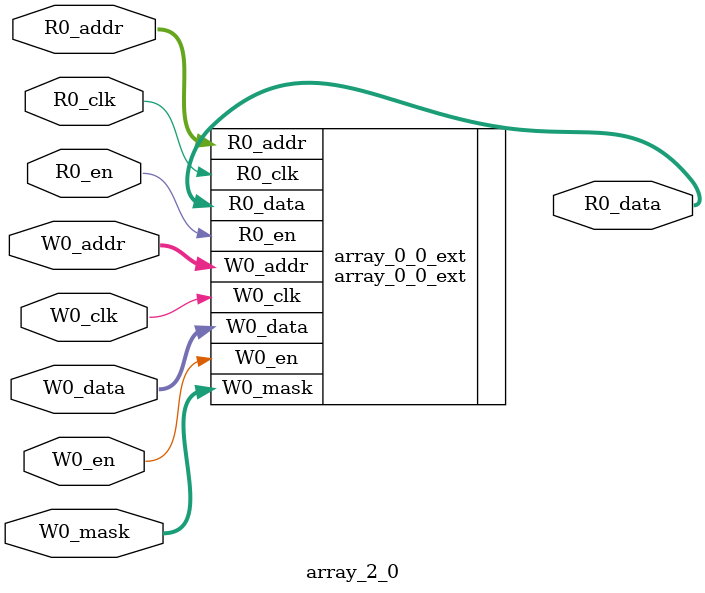
<source format=sv>
`ifndef RANDOMIZE
  `ifdef RANDOMIZE_MEM_INIT
    `define RANDOMIZE
  `endif // RANDOMIZE_MEM_INIT
`endif // not def RANDOMIZE
`ifndef RANDOMIZE
  `ifdef RANDOMIZE_REG_INIT
    `define RANDOMIZE
  `endif // RANDOMIZE_REG_INIT
`endif // not def RANDOMIZE

`ifndef RANDOM
  `define RANDOM $random
`endif // not def RANDOM

// Users can define INIT_RANDOM as general code that gets injected into the
// initializer block for modules with registers.
`ifndef INIT_RANDOM
  `define INIT_RANDOM
`endif // not def INIT_RANDOM

// If using random initialization, you can also define RANDOMIZE_DELAY to
// customize the delay used, otherwise 0.002 is used.
`ifndef RANDOMIZE_DELAY
  `define RANDOMIZE_DELAY 0.002
`endif // not def RANDOMIZE_DELAY

// Define INIT_RANDOM_PROLOG_ for use in our modules below.
`ifndef INIT_RANDOM_PROLOG_
  `ifdef RANDOMIZE
    `ifdef VERILATOR
      `define INIT_RANDOM_PROLOG_ `INIT_RANDOM
    `else  // VERILATOR
      `define INIT_RANDOM_PROLOG_ `INIT_RANDOM #`RANDOMIZE_DELAY begin end
    `endif // VERILATOR
  `else  // RANDOMIZE
    `define INIT_RANDOM_PROLOG_
  `endif // RANDOMIZE
`endif // not def INIT_RANDOM_PROLOG_

// Include register initializers in init blocks unless synthesis is set
`ifndef SYNTHESIS
  `ifndef ENABLE_INITIAL_REG_
    `define ENABLE_INITIAL_REG_
  `endif // not def ENABLE_INITIAL_REG_
`endif // not def SYNTHESIS

// Include rmemory initializers in init blocks unless synthesis is set
`ifndef SYNTHESIS
  `ifndef ENABLE_INITIAL_MEM_
    `define ENABLE_INITIAL_MEM_
  `endif // not def ENABLE_INITIAL_MEM_
`endif // not def SYNTHESIS

// Standard header to adapt well known macros for prints and assertions.

// Users can define 'PRINTF_COND' to add an extra gate to prints.
`ifndef PRINTF_COND_
  `ifdef PRINTF_COND
    `define PRINTF_COND_ (`PRINTF_COND)
  `else  // PRINTF_COND
    `define PRINTF_COND_ 1
  `endif // PRINTF_COND
`endif // not def PRINTF_COND_

// Users can define 'ASSERT_VERBOSE_COND' to add an extra gate to assert error printing.
`ifndef ASSERT_VERBOSE_COND_
  `ifdef ASSERT_VERBOSE_COND
    `define ASSERT_VERBOSE_COND_ (`ASSERT_VERBOSE_COND)
  `else  // ASSERT_VERBOSE_COND
    `define ASSERT_VERBOSE_COND_ 1
  `endif // ASSERT_VERBOSE_COND
`endif // not def ASSERT_VERBOSE_COND_

// Users can define 'STOP_COND' to add an extra gate to stop conditions.
`ifndef STOP_COND_
  `ifdef STOP_COND
    `define STOP_COND_ (`STOP_COND)
  `else  // STOP_COND
    `define STOP_COND_ 1
  `endif // STOP_COND
`endif // not def STOP_COND_

module array_2_0(	// @[generators/rocket-chip/src/main/scala/util/DescribedSRAM.scala:17:26]
  input  [7:0]   R0_addr,
  input          R0_en,
                 R0_clk,
  output [127:0] R0_data,
  input  [7:0]   W0_addr,
  input          W0_en,
                 W0_clk,
  input  [127:0] W0_data,
  input  [1:0]   W0_mask
);

  array_0_0_ext array_0_0_ext (	// @[generators/rocket-chip/src/main/scala/util/DescribedSRAM.scala:17:26]
    .R0_addr (R0_addr),
    .R0_en   (R0_en),
    .R0_clk  (R0_clk),
    .R0_data (R0_data),
    .W0_addr (W0_addr),
    .W0_en   (W0_en),
    .W0_clk  (W0_clk),
    .W0_data (W0_data),
    .W0_mask (W0_mask)
  );
endmodule


</source>
